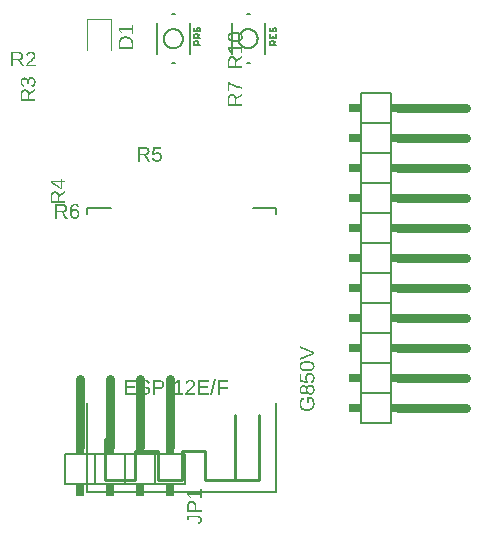
<source format=gbr>
G04 EAGLE Gerber X2 export*
%TF.Part,Single*%
%TF.FileFunction,Legend,Top,1*%
%TF.FilePolarity,Positive*%
%TF.GenerationSoftware,Autodesk,EAGLE,9.7.0*%
%TF.CreationDate,2022-02-15T16:10:41Z*%
G75*
%MOMM*%
%FSLAX34Y34*%
%LPD*%
%INSilkscreen Top*%
%AMOC8*
5,1,8,0,0,1.08239X$1,22.5*%
G01*
G04 Define Apertures*
%ADD10C,0.203200*%
%ADD11C,0.127000*%
%ADD12C,0.152400*%
%ADD13C,0.762000*%
%ADD14R,0.508000X0.762000*%
%ADD15R,1.016000X0.762000*%
%ADD16R,0.762000X0.508000*%
%ADD17R,0.762000X1.016000*%
%ADD18C,0.254000*%
%ADD19C,0.120000*%
G36*
X251119Y132382D02*
X251827Y132432D01*
X252488Y132516D01*
X253102Y132633D01*
X253670Y132783D01*
X254192Y132967D01*
X254667Y133184D01*
X255095Y133434D01*
X255475Y133718D01*
X255804Y134035D01*
X256082Y134385D01*
X256310Y134768D01*
X256487Y135184D01*
X256614Y135633D01*
X256658Y135870D01*
X256690Y136116D01*
X256709Y136369D01*
X256715Y136631D01*
X256709Y136893D01*
X256690Y137147D01*
X256658Y137393D01*
X256613Y137630D01*
X256486Y138081D01*
X256308Y138500D01*
X256079Y138886D01*
X255799Y139240D01*
X255468Y139561D01*
X255086Y139850D01*
X254656Y140105D01*
X254180Y140327D01*
X253659Y140514D01*
X253091Y140668D01*
X252478Y140787D01*
X251820Y140872D01*
X251115Y140923D01*
X250365Y140940D01*
X249603Y140924D01*
X248889Y140875D01*
X248224Y140794D01*
X247606Y140681D01*
X247037Y140535D01*
X246516Y140356D01*
X246043Y140146D01*
X245618Y139902D01*
X245242Y139625D01*
X244917Y139312D01*
X244641Y138963D01*
X244416Y138579D01*
X244241Y138159D01*
X244172Y137935D01*
X244115Y137703D01*
X244072Y137461D01*
X244040Y137211D01*
X244022Y136952D01*
X244015Y136684D01*
X244022Y136408D01*
X244040Y136142D01*
X244071Y135885D01*
X244114Y135638D01*
X244170Y135400D01*
X244238Y135171D01*
X244412Y134743D01*
X244635Y134351D01*
X244907Y133998D01*
X245229Y133682D01*
X245601Y133404D01*
X246022Y133160D01*
X246493Y132949D01*
X247014Y132771D01*
X247584Y132625D01*
X248205Y132512D01*
X248875Y132431D01*
X249595Y132382D01*
X250365Y132366D01*
X251119Y132382D01*
G37*
%LPC*%
G36*
X249712Y133970D02*
X249107Y133999D01*
X248550Y134049D01*
X248040Y134118D01*
X247578Y134208D01*
X247163Y134317D01*
X246796Y134446D01*
X246476Y134595D01*
X246199Y134766D01*
X245959Y134963D01*
X245756Y135186D01*
X245590Y135434D01*
X245460Y135708D01*
X245368Y136008D01*
X245313Y136333D01*
X245294Y136684D01*
X245313Y137026D01*
X245369Y137343D01*
X245463Y137635D01*
X245594Y137902D01*
X245763Y138144D01*
X245969Y138361D01*
X246213Y138553D01*
X246494Y138720D01*
X246817Y138865D01*
X247186Y138990D01*
X247601Y139096D01*
X248062Y139183D01*
X248569Y139251D01*
X249122Y139299D01*
X249720Y139328D01*
X250365Y139337D01*
X250988Y139327D01*
X251570Y139297D01*
X252109Y139246D01*
X252607Y139175D01*
X253064Y139084D01*
X253479Y138973D01*
X253852Y138841D01*
X254184Y138689D01*
X254475Y138516D01*
X254728Y138319D01*
X254942Y138099D01*
X255117Y137855D01*
X255253Y137588D01*
X255350Y137298D01*
X255408Y136985D01*
X255428Y136649D01*
X255409Y136310D01*
X255352Y135995D01*
X255256Y135704D01*
X255123Y135437D01*
X254952Y135193D01*
X254743Y134973D01*
X254496Y134776D01*
X254210Y134603D01*
X253884Y134453D01*
X253513Y134322D01*
X253099Y134211D01*
X252640Y134121D01*
X252138Y134050D01*
X251591Y134000D01*
X251000Y133970D01*
X250365Y133960D01*
X249712Y133970D01*
G37*
%LPD*%
G36*
X253534Y112524D02*
X253929Y112577D01*
X254299Y112664D01*
X254644Y112786D01*
X254964Y112943D01*
X255260Y113135D01*
X255531Y113362D01*
X255778Y113624D01*
X255998Y113916D01*
X256188Y114236D01*
X256349Y114583D01*
X256481Y114956D01*
X256583Y115357D01*
X256657Y115784D01*
X256701Y116238D01*
X256715Y116720D01*
X256700Y117213D01*
X256656Y117677D01*
X256581Y118111D01*
X256477Y118515D01*
X256342Y118890D01*
X256178Y119236D01*
X255984Y119552D01*
X255761Y119838D01*
X255510Y120092D01*
X255236Y120313D01*
X254939Y120500D01*
X254618Y120652D01*
X254273Y120771D01*
X253905Y120856D01*
X253513Y120907D01*
X253098Y120924D01*
X252800Y120914D01*
X252515Y120883D01*
X252242Y120832D01*
X251982Y120760D01*
X251735Y120667D01*
X251501Y120554D01*
X251279Y120421D01*
X251070Y120267D01*
X251033Y120234D01*
X250877Y120095D01*
X250704Y119906D01*
X250550Y119701D01*
X250415Y119479D01*
X250299Y119241D01*
X250202Y118986D01*
X250125Y118715D01*
X250067Y118428D01*
X250032Y118428D01*
X249973Y118675D01*
X249895Y118909D01*
X249799Y119129D01*
X249684Y119336D01*
X249551Y119530D01*
X249415Y119693D01*
X249400Y119710D01*
X249231Y119877D01*
X249043Y120031D01*
X248841Y120168D01*
X248632Y120287D01*
X248413Y120388D01*
X248187Y120471D01*
X247951Y120535D01*
X247708Y120581D01*
X247455Y120608D01*
X247195Y120617D01*
X246838Y120601D01*
X246501Y120551D01*
X246183Y120469D01*
X245883Y120354D01*
X245602Y120205D01*
X245341Y120024D01*
X245098Y119809D01*
X244874Y119562D01*
X244672Y119286D01*
X244498Y118986D01*
X244351Y118663D01*
X244230Y118315D01*
X244136Y117943D01*
X244069Y117548D01*
X244029Y117128D01*
X244015Y116685D01*
X244029Y116252D01*
X244070Y115841D01*
X244138Y115453D01*
X244234Y115087D01*
X244357Y114745D01*
X244508Y114424D01*
X244686Y114127D01*
X244891Y113851D01*
X245118Y113604D01*
X245362Y113390D01*
X245623Y113208D01*
X245901Y113060D01*
X246195Y112944D01*
X246505Y112862D01*
X246833Y112813D01*
X247177Y112796D01*
X247438Y112805D01*
X247690Y112832D01*
X247934Y112878D01*
X248169Y112942D01*
X248396Y113024D01*
X248614Y113124D01*
X248824Y113242D01*
X249025Y113378D01*
X249214Y113531D01*
X249385Y113696D01*
X249539Y113875D01*
X249676Y114067D01*
X249795Y114272D01*
X249897Y114491D01*
X249982Y114723D01*
X250050Y114968D01*
X250085Y114968D01*
X250139Y114705D01*
X250213Y114454D01*
X250308Y114214D01*
X250422Y113987D01*
X250557Y113772D01*
X250712Y113569D01*
X250888Y113378D01*
X251083Y113199D01*
X251295Y113037D01*
X251519Y112896D01*
X251755Y112777D01*
X252003Y112680D01*
X252263Y112604D01*
X252535Y112550D01*
X252819Y112518D01*
X253115Y112507D01*
X253534Y112524D01*
G37*
%LPC*%
G36*
X252718Y114147D02*
X252466Y114178D01*
X252229Y114231D01*
X252006Y114305D01*
X251799Y114400D01*
X251605Y114515D01*
X251427Y114652D01*
X251263Y114811D01*
X251116Y114987D01*
X250989Y115181D01*
X250881Y115390D01*
X250793Y115616D01*
X250725Y115859D01*
X250676Y116118D01*
X250647Y116393D01*
X250637Y116685D01*
X250646Y116985D01*
X250673Y117268D01*
X250719Y117533D01*
X250782Y117782D01*
X250864Y118013D01*
X250964Y118227D01*
X251083Y118424D01*
X251219Y118603D01*
X251374Y118763D01*
X251546Y118902D01*
X251735Y119019D01*
X251943Y119115D01*
X252168Y119190D01*
X252411Y119243D01*
X252671Y119275D01*
X252949Y119286D01*
X253275Y119276D01*
X253578Y119247D01*
X253858Y119197D01*
X254115Y119128D01*
X254349Y119040D01*
X254561Y118931D01*
X254750Y118803D01*
X254915Y118656D01*
X255060Y118488D01*
X255185Y118299D01*
X255292Y118090D01*
X255378Y117861D01*
X255446Y117611D01*
X255494Y117340D01*
X255523Y117049D01*
X255533Y116737D01*
X255523Y116422D01*
X255493Y116128D01*
X255443Y115853D01*
X255374Y115599D01*
X255284Y115366D01*
X255174Y115152D01*
X255045Y114959D01*
X254896Y114786D01*
X254726Y114634D01*
X254537Y114502D01*
X254328Y114390D01*
X254099Y114299D01*
X253850Y114228D01*
X253581Y114177D01*
X253293Y114146D01*
X252984Y114136D01*
X252718Y114147D01*
G37*
G36*
X247030Y114417D02*
X246793Y114444D01*
X246573Y114490D01*
X246369Y114553D01*
X246181Y114635D01*
X246010Y114735D01*
X245854Y114854D01*
X245714Y114990D01*
X245591Y115144D01*
X245485Y115314D01*
X245394Y115501D01*
X245320Y115705D01*
X245263Y115925D01*
X245222Y116162D01*
X245197Y116415D01*
X245189Y116685D01*
X245197Y116963D01*
X245222Y117223D01*
X245263Y117465D01*
X245320Y117689D01*
X245393Y117895D01*
X245483Y118083D01*
X245590Y118254D01*
X245712Y118406D01*
X245851Y118540D01*
X246007Y118657D01*
X246178Y118755D01*
X246366Y118836D01*
X246571Y118899D01*
X246792Y118944D01*
X247029Y118971D01*
X247282Y118980D01*
X247559Y118970D01*
X247816Y118943D01*
X248053Y118898D01*
X248271Y118834D01*
X248468Y118752D01*
X248646Y118652D01*
X248804Y118534D01*
X248942Y118397D01*
X249062Y118243D01*
X249166Y118073D01*
X249254Y117886D01*
X249326Y117682D01*
X249382Y117462D01*
X249422Y117225D01*
X249446Y116972D01*
X249454Y116702D01*
X249446Y116436D01*
X249420Y116186D01*
X249376Y115951D01*
X249315Y115731D01*
X249237Y115527D01*
X249142Y115338D01*
X249029Y115165D01*
X248898Y115008D01*
X248751Y114867D01*
X248589Y114745D01*
X248410Y114642D01*
X248216Y114558D01*
X248006Y114492D01*
X247781Y114445D01*
X247539Y114417D01*
X247282Y114408D01*
X247030Y114417D01*
G37*
%LPD*%
G36*
X250795Y98704D02*
X251262Y98738D01*
X251712Y98796D01*
X252147Y98877D01*
X252565Y98981D01*
X252967Y99108D01*
X253354Y99259D01*
X253724Y99432D01*
X254076Y99628D01*
X254407Y99844D01*
X254716Y100080D01*
X255004Y100338D01*
X255271Y100616D01*
X255517Y100914D01*
X255741Y101234D01*
X255944Y101574D01*
X256125Y101932D01*
X256282Y102308D01*
X256414Y102700D01*
X256523Y103109D01*
X256607Y103534D01*
X256667Y103976D01*
X256703Y104435D01*
X256715Y104911D01*
X256707Y105323D01*
X256681Y105728D01*
X256638Y106125D01*
X256578Y106515D01*
X256501Y106897D01*
X256407Y107271D01*
X256296Y107639D01*
X256168Y107998D01*
X256024Y108347D01*
X255866Y108682D01*
X255694Y109003D01*
X255508Y109311D01*
X255307Y109604D01*
X255093Y109884D01*
X254864Y110150D01*
X254622Y110402D01*
X250365Y110402D01*
X250365Y105173D01*
X251767Y105173D01*
X251767Y108861D01*
X253991Y108861D01*
X254290Y108512D01*
X254556Y108113D01*
X254789Y107664D01*
X254990Y107166D01*
X255151Y106633D01*
X255266Y106079D01*
X255335Y105505D01*
X255358Y104911D01*
X255336Y104395D01*
X255273Y103908D01*
X255167Y103450D01*
X255019Y103021D01*
X254829Y102620D01*
X254596Y102249D01*
X254322Y101906D01*
X254004Y101591D01*
X253651Y101310D01*
X253266Y101066D01*
X252851Y100860D01*
X252405Y100691D01*
X251928Y100560D01*
X251420Y100466D01*
X250882Y100410D01*
X250313Y100391D01*
X249742Y100409D01*
X249205Y100462D01*
X248701Y100550D01*
X248229Y100674D01*
X247791Y100833D01*
X247385Y101027D01*
X247013Y101256D01*
X246674Y101521D01*
X246371Y101819D01*
X246108Y102149D01*
X245886Y102510D01*
X245705Y102903D01*
X245563Y103327D01*
X245462Y103782D01*
X245402Y104270D01*
X245382Y104788D01*
X245389Y105125D01*
X245412Y105447D01*
X245449Y105756D01*
X245502Y106050D01*
X245570Y106331D01*
X245653Y106597D01*
X245750Y106849D01*
X245863Y107087D01*
X245993Y107312D01*
X246140Y107524D01*
X246305Y107724D01*
X246487Y107912D01*
X246688Y108087D01*
X246906Y108249D01*
X247142Y108399D01*
X247396Y108537D01*
X246923Y110131D01*
X246555Y109949D01*
X246213Y109748D01*
X245897Y109529D01*
X245607Y109292D01*
X245343Y109037D01*
X245105Y108763D01*
X244893Y108471D01*
X244707Y108160D01*
X244545Y107828D01*
X244405Y107473D01*
X244286Y107093D01*
X244188Y106689D01*
X244113Y106261D01*
X244059Y105808D01*
X244026Y105332D01*
X244015Y104832D01*
X244022Y104472D01*
X244041Y104123D01*
X244073Y103784D01*
X244118Y103455D01*
X244176Y103136D01*
X244247Y102828D01*
X244330Y102530D01*
X244427Y102242D01*
X244536Y101964D01*
X244659Y101696D01*
X244794Y101438D01*
X244942Y101191D01*
X245102Y100954D01*
X245276Y100727D01*
X245662Y100304D01*
X246095Y99926D01*
X246327Y99756D01*
X246570Y99599D01*
X246824Y99454D01*
X247088Y99322D01*
X247363Y99202D01*
X247648Y99095D01*
X247944Y99001D01*
X248250Y98919D01*
X248568Y98850D01*
X248895Y98793D01*
X249234Y98749D01*
X249583Y98717D01*
X249942Y98698D01*
X250313Y98692D01*
X250795Y98704D01*
G37*
G36*
X254127Y122497D02*
X254453Y122603D01*
X254757Y122734D01*
X255040Y122890D01*
X255302Y123069D01*
X255543Y123273D01*
X255763Y123502D01*
X255962Y123755D01*
X256139Y124030D01*
X256292Y124326D01*
X256421Y124643D01*
X256527Y124981D01*
X256609Y125339D01*
X256668Y125719D01*
X256703Y126119D01*
X256715Y126540D01*
X256698Y127040D01*
X256645Y127513D01*
X256558Y127957D01*
X256435Y128374D01*
X256277Y128762D01*
X256085Y129122D01*
X255857Y129454D01*
X255594Y129758D01*
X255301Y130030D01*
X254982Y130266D01*
X254636Y130466D01*
X254265Y130629D01*
X253868Y130756D01*
X253444Y130846D01*
X252995Y130901D01*
X252520Y130919D01*
X252101Y130902D01*
X251702Y130851D01*
X251323Y130767D01*
X250965Y130649D01*
X250627Y130496D01*
X250309Y130311D01*
X250012Y130091D01*
X249735Y129837D01*
X249484Y129555D01*
X249267Y129250D01*
X249083Y128922D01*
X248933Y128571D01*
X248816Y128196D01*
X248733Y127798D01*
X248683Y127378D01*
X248666Y126934D01*
X248678Y126561D01*
X248715Y126203D01*
X248777Y125861D01*
X248863Y125535D01*
X248974Y125224D01*
X249110Y124929D01*
X249270Y124649D01*
X249454Y124385D01*
X245539Y124622D01*
X245539Y130201D01*
X244199Y130201D01*
X244199Y123185D01*
X250838Y122774D01*
X250838Y124315D01*
X250615Y124591D01*
X250427Y124867D01*
X250273Y125143D01*
X250155Y125419D01*
X250067Y125700D01*
X250004Y125992D01*
X249966Y126296D01*
X249954Y126610D01*
X249965Y126908D01*
X249998Y127191D01*
X250055Y127459D01*
X250133Y127710D01*
X250234Y127946D01*
X250358Y128166D01*
X250503Y128370D01*
X250672Y128559D01*
X250858Y128728D01*
X251059Y128875D01*
X251273Y128999D01*
X251502Y129101D01*
X251744Y129180D01*
X252000Y129236D01*
X252271Y129270D01*
X252555Y129281D01*
X252881Y129270D01*
X253189Y129236D01*
X253479Y129180D01*
X253752Y129102D01*
X254006Y129001D01*
X254242Y128877D01*
X254461Y128731D01*
X254661Y128563D01*
X254841Y128375D01*
X254997Y128169D01*
X255128Y127947D01*
X255236Y127707D01*
X255320Y127450D01*
X255380Y127175D01*
X255416Y126884D01*
X255428Y126575D01*
X255421Y126323D01*
X255399Y126083D01*
X255363Y125855D01*
X255313Y125639D01*
X255249Y125436D01*
X255170Y125245D01*
X255077Y125066D01*
X254970Y124900D01*
X254849Y124745D01*
X254713Y124603D01*
X254562Y124474D01*
X254398Y124356D01*
X254219Y124251D01*
X254026Y124158D01*
X253819Y124077D01*
X253597Y124009D01*
X253781Y122414D01*
X254127Y122497D01*
G37*
G36*
X256540Y146780D02*
X256540Y148514D01*
X244199Y153550D01*
X244199Y151790D01*
X252888Y148392D01*
X255069Y147656D01*
X252888Y146920D01*
X244199Y143504D01*
X244199Y141744D01*
X256540Y146780D01*
G37*
G36*
X1805Y395524D02*
X5650Y395524D01*
X8856Y390400D01*
X10783Y390400D01*
X8771Y393453D01*
X7279Y395716D01*
X7622Y395789D01*
X7946Y395882D01*
X8251Y395998D01*
X8537Y396135D01*
X8693Y396227D01*
X8804Y396293D01*
X9052Y396474D01*
X9281Y396675D01*
X9491Y396899D01*
X9679Y397140D01*
X9841Y397395D01*
X9979Y397663D01*
X10092Y397945D01*
X10179Y398241D01*
X10242Y398551D01*
X10280Y398874D01*
X10292Y399211D01*
X10274Y399616D01*
X10221Y399997D01*
X10133Y400356D01*
X10009Y400692D01*
X9849Y401006D01*
X9654Y401296D01*
X9424Y401563D01*
X9158Y401808D01*
X8860Y402027D01*
X8531Y402216D01*
X8174Y402376D01*
X7786Y402508D01*
X7369Y402610D01*
X6922Y402682D01*
X6445Y402726D01*
X5939Y402741D01*
X132Y402741D01*
X132Y390400D01*
X1805Y390400D01*
X1805Y395524D01*
G37*
%LPC*%
G36*
X1805Y396846D02*
X1805Y401401D01*
X5773Y401401D01*
X6106Y401392D01*
X6420Y401365D01*
X6714Y401321D01*
X6987Y401260D01*
X7240Y401180D01*
X7473Y401083D01*
X7686Y400968D01*
X7879Y400836D01*
X8051Y400687D01*
X8199Y400521D01*
X8325Y400340D01*
X8428Y400143D01*
X8508Y399930D01*
X8565Y399700D01*
X8599Y399455D01*
X8611Y399194D01*
X8599Y398923D01*
X8565Y398668D01*
X8509Y398429D01*
X8430Y398205D01*
X8328Y397996D01*
X8204Y397803D01*
X8057Y397626D01*
X7888Y397464D01*
X7698Y397319D01*
X7489Y397194D01*
X7262Y397087D01*
X7015Y397001D01*
X6750Y396933D01*
X6467Y396885D01*
X6164Y396856D01*
X5843Y396846D01*
X1805Y396846D01*
G37*
%LPD*%
G36*
X20672Y391740D02*
X14235Y391740D01*
X14387Y392050D01*
X14581Y392365D01*
X14816Y392687D01*
X15093Y393014D01*
X15416Y393355D01*
X15791Y393716D01*
X16218Y394097D01*
X16696Y394499D01*
X17537Y395195D01*
X18231Y395793D01*
X18776Y396294D01*
X19174Y396697D01*
X19479Y397052D01*
X19743Y397407D01*
X19967Y397762D01*
X20151Y398116D01*
X20295Y398472D01*
X20397Y398828D01*
X20459Y399185D01*
X20479Y399544D01*
X20464Y399937D01*
X20417Y400308D01*
X20338Y400655D01*
X20229Y400979D01*
X20088Y401280D01*
X19915Y401558D01*
X19712Y401813D01*
X19477Y402044D01*
X19212Y402251D01*
X18921Y402430D01*
X18603Y402581D01*
X18258Y402705D01*
X17886Y402801D01*
X17487Y402870D01*
X17061Y402911D01*
X16608Y402925D01*
X16193Y402911D01*
X15797Y402870D01*
X15421Y402802D01*
X15063Y402706D01*
X14725Y402583D01*
X14407Y402432D01*
X14107Y402254D01*
X13827Y402049D01*
X13571Y401820D01*
X13343Y401573D01*
X13144Y401307D01*
X12972Y401022D01*
X12829Y400718D01*
X12715Y400395D01*
X12628Y400053D01*
X12571Y399693D01*
X14182Y399544D01*
X14219Y399784D01*
X14273Y400011D01*
X14343Y400224D01*
X14431Y400423D01*
X14535Y400608D01*
X14656Y400780D01*
X14794Y400937D01*
X14948Y401081D01*
X15117Y401209D01*
X15297Y401321D01*
X15488Y401415D01*
X15690Y401492D01*
X15903Y401551D01*
X16127Y401594D01*
X16362Y401620D01*
X16608Y401628D01*
X16866Y401620D01*
X17109Y401593D01*
X17338Y401550D01*
X17552Y401488D01*
X17752Y401409D01*
X17937Y401313D01*
X18107Y401199D01*
X18264Y401068D01*
X18403Y400921D01*
X18524Y400759D01*
X18626Y400583D01*
X18710Y400393D01*
X18775Y400189D01*
X18822Y399971D01*
X18850Y399738D01*
X18859Y399491D01*
X18838Y399125D01*
X18773Y398778D01*
X18665Y398450D01*
X18513Y398143D01*
X18327Y397848D01*
X18114Y397560D01*
X17874Y397279D01*
X17607Y397004D01*
X17012Y396461D01*
X16350Y395918D01*
X15650Y395352D01*
X14944Y394740D01*
X14593Y394413D01*
X14251Y394068D01*
X13917Y393704D01*
X13591Y393321D01*
X13281Y392914D01*
X12996Y392477D01*
X12736Y392010D01*
X12500Y391512D01*
X12500Y390400D01*
X20672Y390400D01*
X20672Y391740D01*
G37*
G36*
X20320Y362485D02*
X15196Y362485D01*
X15196Y366330D01*
X20320Y369536D01*
X20320Y371463D01*
X17267Y369451D01*
X15004Y367959D01*
X14931Y368302D01*
X14838Y368626D01*
X14722Y368931D01*
X14585Y369217D01*
X14493Y369373D01*
X14427Y369484D01*
X14247Y369732D01*
X14045Y369961D01*
X13821Y370171D01*
X13580Y370359D01*
X13325Y370521D01*
X13057Y370659D01*
X12775Y370772D01*
X12479Y370859D01*
X12169Y370922D01*
X11846Y370960D01*
X11509Y370972D01*
X11104Y370954D01*
X10723Y370901D01*
X10364Y370813D01*
X10028Y370689D01*
X9714Y370529D01*
X9424Y370334D01*
X9157Y370104D01*
X8912Y369838D01*
X8693Y369540D01*
X8504Y369211D01*
X8344Y368854D01*
X8212Y368466D01*
X8110Y368049D01*
X8038Y367602D01*
X7994Y367125D01*
X7979Y366619D01*
X7979Y360812D01*
X20320Y360812D01*
X20320Y362485D01*
G37*
%LPC*%
G36*
X9319Y362485D02*
X9319Y366453D01*
X9328Y366786D01*
X9355Y367100D01*
X9399Y367394D01*
X9461Y367667D01*
X9540Y367920D01*
X9637Y368153D01*
X9752Y368366D01*
X9884Y368559D01*
X10033Y368731D01*
X10199Y368879D01*
X10380Y369005D01*
X10577Y369108D01*
X10791Y369188D01*
X11020Y369245D01*
X11265Y369279D01*
X11526Y369291D01*
X11797Y369279D01*
X12052Y369245D01*
X12291Y369189D01*
X12515Y369110D01*
X12724Y369008D01*
X12917Y368884D01*
X13094Y368737D01*
X13256Y368568D01*
X13401Y368378D01*
X13526Y368169D01*
X13633Y367942D01*
X13719Y367695D01*
X13787Y367430D01*
X13835Y367147D01*
X13864Y366844D01*
X13874Y366523D01*
X13874Y362485D01*
X9319Y362485D01*
G37*
%LPD*%
G36*
X17551Y373028D02*
X17926Y373123D01*
X18277Y373247D01*
X18602Y373398D01*
X18902Y373578D01*
X19177Y373787D01*
X19426Y374023D01*
X19650Y374288D01*
X19848Y374579D01*
X20020Y374894D01*
X20165Y375232D01*
X20284Y375595D01*
X20376Y375980D01*
X20442Y376390D01*
X20482Y376823D01*
X20495Y377279D01*
X20481Y377769D01*
X20437Y378229D01*
X20363Y378660D01*
X20261Y379062D01*
X20129Y379435D01*
X19968Y379779D01*
X19778Y380094D01*
X19558Y380380D01*
X19312Y380635D01*
X19041Y380855D01*
X18747Y381042D01*
X18428Y381195D01*
X18086Y381313D01*
X17719Y381398D01*
X17328Y381449D01*
X16913Y381466D01*
X16624Y381454D01*
X16347Y381418D01*
X16083Y381358D01*
X15831Y381273D01*
X15592Y381165D01*
X15366Y381032D01*
X15152Y380876D01*
X14951Y380695D01*
X14766Y380493D01*
X14601Y380272D01*
X14455Y380031D01*
X14329Y379771D01*
X14223Y379492D01*
X14136Y379194D01*
X14070Y378877D01*
X14023Y378541D01*
X13988Y378541D01*
X13914Y378847D01*
X13826Y379134D01*
X13723Y379402D01*
X13606Y379652D01*
X13473Y379883D01*
X13325Y380095D01*
X13162Y380288D01*
X12985Y380463D01*
X12793Y380618D01*
X12587Y380752D01*
X12367Y380866D01*
X12134Y380959D01*
X11887Y381031D01*
X11626Y381083D01*
X11351Y381114D01*
X11062Y381124D01*
X10687Y381108D01*
X10334Y381060D01*
X10002Y380980D01*
X9690Y380867D01*
X9401Y380722D01*
X9132Y380546D01*
X8884Y380337D01*
X8658Y380095D01*
X8456Y379825D01*
X8281Y379529D01*
X8132Y379207D01*
X8011Y378859D01*
X7917Y378486D01*
X7849Y378086D01*
X7809Y377661D01*
X7795Y377209D01*
X7809Y376794D01*
X7848Y376398D01*
X7915Y376022D01*
X8008Y375665D01*
X8127Y375327D01*
X8273Y375008D01*
X8446Y374709D01*
X8645Y374429D01*
X8868Y374172D01*
X9111Y373944D01*
X9376Y373745D01*
X9661Y373573D01*
X9967Y373431D01*
X10294Y373316D01*
X10641Y373230D01*
X11010Y373172D01*
X11132Y374757D01*
X10896Y374792D01*
X10674Y374843D01*
X10465Y374912D01*
X10270Y374997D01*
X10088Y375099D01*
X9920Y375218D01*
X9766Y375353D01*
X9626Y375506D01*
X9501Y375673D01*
X9392Y375853D01*
X9300Y376045D01*
X9225Y376249D01*
X9167Y376466D01*
X9125Y376696D01*
X9100Y376938D01*
X9092Y377192D01*
X9101Y377470D01*
X9127Y377730D01*
X9172Y377973D01*
X9235Y378198D01*
X9316Y378405D01*
X9414Y378595D01*
X9531Y378767D01*
X9665Y378922D01*
X9815Y379058D01*
X9978Y379176D01*
X10154Y379277D01*
X10343Y379359D01*
X10545Y379422D01*
X10760Y379468D01*
X10988Y379495D01*
X11229Y379504D01*
X11472Y379493D01*
X11701Y379459D01*
X11917Y379404D01*
X12119Y379326D01*
X12307Y379225D01*
X12483Y379103D01*
X12644Y378958D01*
X12792Y378790D01*
X12924Y378603D01*
X13039Y378397D01*
X13136Y378173D01*
X13216Y377931D01*
X13278Y377670D01*
X13322Y377392D01*
X13348Y377095D01*
X13357Y376780D01*
X13357Y375922D01*
X14723Y375922D01*
X14723Y376815D01*
X14732Y377170D01*
X14759Y377504D01*
X14803Y377816D01*
X14865Y378106D01*
X14944Y378375D01*
X15041Y378623D01*
X15156Y378849D01*
X15288Y379053D01*
X15436Y379235D01*
X15598Y379392D01*
X15774Y379525D01*
X15964Y379634D01*
X16167Y379719D01*
X16384Y379780D01*
X16616Y379816D01*
X16860Y379828D01*
X17141Y379818D01*
X17403Y379786D01*
X17647Y379733D01*
X17874Y379658D01*
X18083Y379563D01*
X18274Y379446D01*
X18448Y379308D01*
X18603Y379149D01*
X18741Y378972D01*
X18860Y378778D01*
X18961Y378568D01*
X19043Y378343D01*
X19108Y378101D01*
X19154Y377843D01*
X19181Y377569D01*
X19190Y377279D01*
X19182Y376991D01*
X19156Y376718D01*
X19113Y376462D01*
X19053Y376221D01*
X18976Y375997D01*
X18882Y375789D01*
X18771Y375597D01*
X18643Y375420D01*
X18497Y375260D01*
X18335Y375116D01*
X18155Y374989D01*
X17959Y374877D01*
X17745Y374781D01*
X17514Y374702D01*
X17266Y374638D01*
X17001Y374591D01*
X17149Y372961D01*
X17551Y373028D01*
G37*
G36*
X45720Y276125D02*
X40596Y276125D01*
X40596Y279970D01*
X45720Y283176D01*
X45720Y285103D01*
X42667Y283091D01*
X40404Y281599D01*
X40331Y281942D01*
X40238Y282266D01*
X40122Y282571D01*
X39985Y282857D01*
X39893Y283013D01*
X39827Y283124D01*
X39647Y283372D01*
X39445Y283601D01*
X39221Y283811D01*
X38980Y283999D01*
X38725Y284161D01*
X38457Y284299D01*
X38175Y284412D01*
X37879Y284499D01*
X37569Y284562D01*
X37246Y284600D01*
X36909Y284612D01*
X36504Y284594D01*
X36123Y284541D01*
X35764Y284453D01*
X35428Y284329D01*
X35114Y284169D01*
X34824Y283974D01*
X34557Y283744D01*
X34312Y283478D01*
X34093Y283180D01*
X33904Y282851D01*
X33744Y282494D01*
X33612Y282106D01*
X33510Y281689D01*
X33438Y281242D01*
X33394Y280765D01*
X33379Y280259D01*
X33379Y274452D01*
X45720Y274452D01*
X45720Y276125D01*
G37*
%LPC*%
G36*
X34719Y276125D02*
X34719Y280093D01*
X34728Y280426D01*
X34755Y280740D01*
X34799Y281034D01*
X34861Y281307D01*
X34940Y281560D01*
X35037Y281793D01*
X35152Y282006D01*
X35284Y282199D01*
X35433Y282371D01*
X35599Y282519D01*
X35780Y282645D01*
X35977Y282748D01*
X36191Y282828D01*
X36420Y282885D01*
X36665Y282919D01*
X36926Y282931D01*
X37197Y282919D01*
X37452Y282885D01*
X37691Y282829D01*
X37915Y282750D01*
X38124Y282648D01*
X38317Y282524D01*
X38494Y282377D01*
X38656Y282208D01*
X38801Y282018D01*
X38926Y281809D01*
X39033Y281582D01*
X39119Y281335D01*
X39187Y281070D01*
X39235Y280787D01*
X39264Y280484D01*
X39274Y280163D01*
X39274Y276125D01*
X34719Y276125D01*
G37*
%LPD*%
G36*
X42926Y292146D02*
X45720Y292146D01*
X45720Y293635D01*
X42926Y293635D01*
X42926Y295369D01*
X41682Y295369D01*
X41682Y293635D01*
X33379Y293635D01*
X33379Y291979D01*
X41700Y286330D01*
X42926Y286330D01*
X42926Y292146D01*
G37*
%LPC*%
G36*
X41507Y287924D02*
X40859Y288397D01*
X36199Y291559D01*
X35621Y291900D01*
X35157Y292146D01*
X41682Y292146D01*
X41682Y287784D01*
X41507Y287924D01*
G37*
%LPD*%
G36*
X108554Y315004D02*
X112399Y315004D01*
X115605Y309880D01*
X117532Y309880D01*
X115520Y312933D01*
X114028Y315196D01*
X114371Y315269D01*
X114695Y315362D01*
X115000Y315478D01*
X115286Y315615D01*
X115442Y315707D01*
X115553Y315773D01*
X115801Y315954D01*
X116030Y316155D01*
X116240Y316379D01*
X116428Y316620D01*
X116591Y316875D01*
X116728Y317143D01*
X116841Y317425D01*
X116929Y317721D01*
X116991Y318031D01*
X117029Y318354D01*
X117041Y318691D01*
X117024Y319096D01*
X116970Y319477D01*
X116882Y319836D01*
X116758Y320172D01*
X116598Y320486D01*
X116403Y320776D01*
X116173Y321043D01*
X115907Y321288D01*
X115609Y321507D01*
X115281Y321696D01*
X114923Y321856D01*
X114535Y321988D01*
X114118Y322090D01*
X113671Y322162D01*
X113195Y322206D01*
X112688Y322221D01*
X106881Y322221D01*
X106881Y309880D01*
X108554Y309880D01*
X108554Y315004D01*
G37*
%LPC*%
G36*
X108554Y316326D02*
X108554Y320881D01*
X112522Y320881D01*
X112856Y320872D01*
X113169Y320845D01*
X113463Y320801D01*
X113736Y320740D01*
X113989Y320660D01*
X114222Y320563D01*
X114435Y320448D01*
X114628Y320316D01*
X114800Y320167D01*
X114948Y320001D01*
X115074Y319820D01*
X115177Y319623D01*
X115257Y319410D01*
X115314Y319180D01*
X115348Y318935D01*
X115360Y318674D01*
X115348Y318403D01*
X115315Y318148D01*
X115258Y317909D01*
X115179Y317685D01*
X115077Y317476D01*
X114953Y317283D01*
X114806Y317106D01*
X114637Y316944D01*
X114447Y316799D01*
X114238Y316674D01*
X114011Y316567D01*
X113765Y316481D01*
X113500Y316413D01*
X113216Y316365D01*
X112913Y316336D01*
X112592Y316326D01*
X108554Y316326D01*
G37*
%LPD*%
G36*
X123692Y309722D02*
X124164Y309775D01*
X124608Y309863D01*
X125025Y309985D01*
X125413Y310143D01*
X125773Y310335D01*
X126106Y310563D01*
X126410Y310826D01*
X126682Y311119D01*
X126917Y311438D01*
X127117Y311784D01*
X127280Y312155D01*
X127407Y312552D01*
X127498Y312976D01*
X127552Y313425D01*
X127570Y313900D01*
X127553Y314319D01*
X127503Y314718D01*
X127418Y315097D01*
X127300Y315455D01*
X127148Y315793D01*
X126962Y316111D01*
X126742Y316408D01*
X126489Y316685D01*
X126207Y316936D01*
X125901Y317153D01*
X125573Y317337D01*
X125222Y317487D01*
X124847Y317604D01*
X124450Y317687D01*
X124029Y317737D01*
X123585Y317754D01*
X123212Y317742D01*
X122854Y317705D01*
X122512Y317643D01*
X122186Y317557D01*
X121875Y317446D01*
X121580Y317311D01*
X121300Y317150D01*
X121036Y316966D01*
X121273Y320881D01*
X126852Y320881D01*
X126852Y322221D01*
X119836Y322221D01*
X119425Y315582D01*
X120966Y315582D01*
X121242Y315805D01*
X121518Y315993D01*
X121794Y316147D01*
X122070Y316265D01*
X122351Y316353D01*
X122644Y316416D01*
X122947Y316454D01*
X123261Y316466D01*
X123560Y316455D01*
X123843Y316422D01*
X124110Y316365D01*
X124361Y316287D01*
X124597Y316186D01*
X124817Y316062D01*
X125021Y315917D01*
X125210Y315748D01*
X125379Y315562D01*
X125526Y315361D01*
X125650Y315147D01*
X125752Y314918D01*
X125831Y314676D01*
X125887Y314420D01*
X125921Y314149D01*
X125932Y313865D01*
X125921Y313539D01*
X125888Y313231D01*
X125831Y312941D01*
X125753Y312669D01*
X125652Y312414D01*
X125528Y312178D01*
X125383Y311959D01*
X125214Y311759D01*
X125026Y311579D01*
X124821Y311423D01*
X124598Y311292D01*
X124358Y311184D01*
X124101Y311100D01*
X123827Y311040D01*
X123535Y311004D01*
X123226Y310992D01*
X122974Y310999D01*
X122734Y311021D01*
X122506Y311057D01*
X122290Y311107D01*
X122087Y311171D01*
X121896Y311250D01*
X121717Y311343D01*
X121551Y311450D01*
X121397Y311572D01*
X121255Y311707D01*
X121125Y311858D01*
X121007Y312022D01*
X120902Y312201D01*
X120809Y312394D01*
X120728Y312601D01*
X120660Y312823D01*
X119066Y312639D01*
X119148Y312293D01*
X119255Y311967D01*
X119386Y311663D01*
X119541Y311380D01*
X119721Y311118D01*
X119925Y310877D01*
X120153Y310657D01*
X120406Y310458D01*
X120681Y310282D01*
X120977Y310129D01*
X121294Y309999D01*
X121632Y309893D01*
X121991Y309811D01*
X122370Y309752D01*
X122770Y309717D01*
X123191Y309705D01*
X123692Y309722D01*
G37*
G36*
X38704Y266744D02*
X42549Y266744D01*
X45755Y261620D01*
X47682Y261620D01*
X45670Y264673D01*
X44178Y266936D01*
X44521Y267009D01*
X44845Y267102D01*
X45150Y267218D01*
X45436Y267355D01*
X45592Y267447D01*
X45703Y267513D01*
X45951Y267694D01*
X46180Y267895D01*
X46390Y268119D01*
X46578Y268360D01*
X46741Y268615D01*
X46878Y268883D01*
X46991Y269165D01*
X47079Y269461D01*
X47141Y269771D01*
X47179Y270094D01*
X47191Y270431D01*
X47174Y270836D01*
X47120Y271217D01*
X47032Y271576D01*
X46908Y271912D01*
X46748Y272226D01*
X46553Y272516D01*
X46323Y272783D01*
X46057Y273028D01*
X45759Y273247D01*
X45431Y273436D01*
X45073Y273596D01*
X44685Y273728D01*
X44268Y273830D01*
X43821Y273902D01*
X43345Y273946D01*
X42838Y273961D01*
X37031Y273961D01*
X37031Y261620D01*
X38704Y261620D01*
X38704Y266744D01*
G37*
%LPC*%
G36*
X38704Y268066D02*
X38704Y272621D01*
X42672Y272621D01*
X43006Y272612D01*
X43319Y272585D01*
X43613Y272541D01*
X43886Y272480D01*
X44139Y272400D01*
X44372Y272303D01*
X44585Y272188D01*
X44778Y272056D01*
X44950Y271907D01*
X45098Y271741D01*
X45224Y271560D01*
X45327Y271363D01*
X45407Y271150D01*
X45464Y270920D01*
X45498Y270675D01*
X45510Y270414D01*
X45498Y270143D01*
X45465Y269888D01*
X45408Y269649D01*
X45329Y269425D01*
X45227Y269216D01*
X45103Y269023D01*
X44956Y268846D01*
X44787Y268684D01*
X44597Y268539D01*
X44388Y268414D01*
X44161Y268307D01*
X43915Y268221D01*
X43650Y268153D01*
X43366Y268105D01*
X43063Y268076D01*
X42742Y268066D01*
X38704Y268066D01*
G37*
%LPD*%
G36*
X54154Y261463D02*
X54582Y261515D01*
X54986Y261604D01*
X55364Y261727D01*
X55717Y261886D01*
X56045Y262080D01*
X56348Y262310D01*
X56625Y262575D01*
X56874Y262870D01*
X57089Y263191D01*
X57271Y263538D01*
X57420Y263910D01*
X57536Y264309D01*
X57619Y264733D01*
X57669Y265182D01*
X57685Y265658D01*
X57670Y266097D01*
X57623Y266514D01*
X57544Y266907D01*
X57435Y267278D01*
X57293Y267626D01*
X57121Y267950D01*
X56917Y268252D01*
X56682Y268530D01*
X56421Y268781D01*
X56137Y268998D01*
X55831Y269182D01*
X55503Y269332D01*
X55153Y269449D01*
X54781Y269532D01*
X54388Y269582D01*
X53972Y269599D01*
X53723Y269593D01*
X53482Y269573D01*
X53248Y269541D01*
X53021Y269495D01*
X52589Y269365D01*
X52185Y269183D01*
X51817Y268951D01*
X51493Y268672D01*
X51213Y268345D01*
X50976Y267970D01*
X50988Y268548D01*
X51022Y269091D01*
X51080Y269598D01*
X51161Y270071D01*
X51265Y270508D01*
X51392Y270910D01*
X51543Y271277D01*
X51716Y271609D01*
X51911Y271904D01*
X52124Y272159D01*
X52357Y272375D01*
X52609Y272552D01*
X52879Y272689D01*
X53169Y272787D01*
X53477Y272846D01*
X53805Y272866D01*
X54180Y272842D01*
X54520Y272772D01*
X54826Y272654D01*
X55097Y272489D01*
X55334Y272278D01*
X55536Y272019D01*
X55704Y271713D01*
X55837Y271360D01*
X57344Y271631D01*
X57245Y271935D01*
X57130Y272220D01*
X56998Y272485D01*
X56851Y272731D01*
X56687Y272957D01*
X56508Y273163D01*
X56312Y273349D01*
X56100Y273516D01*
X55872Y273664D01*
X55628Y273791D01*
X55367Y273899D01*
X55090Y273988D01*
X54798Y274056D01*
X54489Y274105D01*
X54164Y274135D01*
X53823Y274145D01*
X53562Y274138D01*
X53308Y274118D01*
X53062Y274084D01*
X52824Y274037D01*
X52593Y273977D01*
X52370Y273903D01*
X51946Y273716D01*
X51553Y273474D01*
X51190Y273179D01*
X50858Y272830D01*
X50556Y272428D01*
X50287Y271976D01*
X50054Y271477D01*
X49857Y270931D01*
X49695Y270339D01*
X49570Y269701D01*
X49480Y269015D01*
X49426Y268284D01*
X49408Y267506D01*
X49426Y266788D01*
X49477Y266114D01*
X49564Y265484D01*
X49684Y264898D01*
X49839Y264356D01*
X50029Y263858D01*
X50253Y263405D01*
X50512Y262995D01*
X50803Y262632D01*
X51125Y262317D01*
X51478Y262050D01*
X51861Y261832D01*
X52275Y261663D01*
X52719Y261542D01*
X53194Y261469D01*
X53443Y261451D01*
X53700Y261445D01*
X54154Y261463D01*
G37*
%LPC*%
G36*
X53378Y262729D02*
X53121Y262772D01*
X52876Y262843D01*
X52644Y262943D01*
X52424Y263071D01*
X52216Y263227D01*
X52021Y263412D01*
X51839Y263626D01*
X51674Y263862D01*
X51530Y264113D01*
X51409Y264382D01*
X51310Y264666D01*
X51233Y264966D01*
X51178Y265283D01*
X51145Y265615D01*
X51134Y265964D01*
X51144Y266239D01*
X51176Y266499D01*
X51229Y266743D01*
X51304Y266973D01*
X51399Y267187D01*
X51516Y267386D01*
X51654Y267569D01*
X51813Y267738D01*
X51989Y267889D01*
X52179Y268019D01*
X52381Y268130D01*
X52598Y268221D01*
X52827Y268291D01*
X53070Y268341D01*
X53326Y268372D01*
X53595Y268382D01*
X53880Y268370D01*
X54149Y268336D01*
X54403Y268279D01*
X54639Y268200D01*
X54860Y268098D01*
X55065Y267973D01*
X55253Y267825D01*
X55426Y267655D01*
X55579Y267463D01*
X55713Y267253D01*
X55826Y267023D01*
X55918Y266774D01*
X55990Y266506D01*
X56041Y266219D01*
X56072Y265913D01*
X56082Y265588D01*
X56072Y265262D01*
X56042Y264953D01*
X55991Y264663D01*
X55920Y264391D01*
X55829Y264137D01*
X55718Y263900D01*
X55586Y263682D01*
X55434Y263481D01*
X55265Y263302D01*
X55080Y263146D01*
X54879Y263014D01*
X54664Y262906D01*
X54433Y262823D01*
X54186Y262763D01*
X53925Y262727D01*
X53648Y262715D01*
X53378Y262729D01*
G37*
%LPD*%
G36*
X195580Y358675D02*
X190456Y358675D01*
X190456Y362520D01*
X195580Y365726D01*
X195580Y367653D01*
X192527Y365641D01*
X190264Y364149D01*
X190191Y364492D01*
X190098Y364816D01*
X189982Y365121D01*
X189845Y365407D01*
X189753Y365563D01*
X189687Y365674D01*
X189507Y365922D01*
X189305Y366151D01*
X189081Y366361D01*
X188840Y366549D01*
X188585Y366711D01*
X188317Y366849D01*
X188035Y366962D01*
X187739Y367049D01*
X187429Y367112D01*
X187106Y367150D01*
X186769Y367162D01*
X186364Y367144D01*
X185983Y367091D01*
X185624Y367003D01*
X185288Y366879D01*
X184974Y366719D01*
X184684Y366524D01*
X184417Y366294D01*
X184172Y366028D01*
X183953Y365730D01*
X183764Y365401D01*
X183604Y365044D01*
X183472Y364656D01*
X183370Y364239D01*
X183298Y363792D01*
X183254Y363315D01*
X183239Y362809D01*
X183239Y357002D01*
X195580Y357002D01*
X195580Y358675D01*
G37*
%LPC*%
G36*
X184579Y358675D02*
X184579Y362643D01*
X184588Y362976D01*
X184615Y363290D01*
X184659Y363584D01*
X184721Y363857D01*
X184800Y364110D01*
X184897Y364343D01*
X185012Y364556D01*
X185144Y364749D01*
X185293Y364921D01*
X185459Y365069D01*
X185640Y365195D01*
X185837Y365298D01*
X186051Y365378D01*
X186280Y365435D01*
X186525Y365469D01*
X186786Y365481D01*
X187057Y365469D01*
X187312Y365435D01*
X187551Y365379D01*
X187775Y365300D01*
X187984Y365198D01*
X188177Y365074D01*
X188354Y364927D01*
X188516Y364758D01*
X188661Y364568D01*
X188786Y364359D01*
X188893Y364132D01*
X188979Y363885D01*
X189047Y363620D01*
X189095Y363337D01*
X189124Y363034D01*
X189134Y362713D01*
X189134Y358675D01*
X184579Y358675D01*
G37*
%LPD*%
G36*
X184579Y376018D02*
X185419Y375452D01*
X186233Y374929D01*
X187023Y374447D01*
X187788Y374007D01*
X188529Y373609D01*
X189244Y373253D01*
X189935Y372940D01*
X190601Y372668D01*
X191251Y372433D01*
X191892Y372229D01*
X192527Y372057D01*
X193153Y371916D01*
X193771Y371806D01*
X194382Y371728D01*
X194985Y371681D01*
X195580Y371665D01*
X195580Y373312D01*
X195155Y373318D01*
X194733Y373336D01*
X193901Y373409D01*
X193082Y373531D01*
X192278Y373702D01*
X191478Y373921D01*
X190673Y374189D01*
X189862Y374505D01*
X189046Y374871D01*
X188149Y375330D01*
X187095Y375928D01*
X185885Y376666D01*
X184518Y377542D01*
X183239Y377542D01*
X183239Y369388D01*
X184579Y369388D01*
X184579Y376018D01*
G37*
G36*
X161290Y14653D02*
X156482Y14653D01*
X156482Y18279D01*
X156465Y18757D01*
X156417Y19209D01*
X156336Y19635D01*
X156223Y20036D01*
X156078Y20412D01*
X155900Y20761D01*
X155690Y21085D01*
X155448Y21384D01*
X155178Y21652D01*
X154886Y21884D01*
X154572Y22081D01*
X154235Y22241D01*
X153876Y22366D01*
X153494Y22456D01*
X153090Y22509D01*
X152663Y22527D01*
X152233Y22509D01*
X151828Y22456D01*
X151448Y22367D01*
X151093Y22242D01*
X150763Y22082D01*
X150457Y21887D01*
X150177Y21655D01*
X149921Y21388D01*
X149694Y21089D01*
X149496Y20761D01*
X149329Y20403D01*
X149192Y20015D01*
X149086Y19599D01*
X149010Y19153D01*
X148964Y18678D01*
X148949Y18174D01*
X148949Y12980D01*
X161290Y12980D01*
X161290Y14653D01*
G37*
%LPC*%
G36*
X150289Y14653D02*
X150289Y17973D01*
X150299Y18320D01*
X150327Y18646D01*
X150373Y18949D01*
X150439Y19229D01*
X150523Y19488D01*
X150626Y19723D01*
X150747Y19936D01*
X150887Y20127D01*
X151046Y20295D01*
X151223Y20441D01*
X151419Y20565D01*
X151634Y20666D01*
X151868Y20744D01*
X152120Y20800D01*
X152391Y20834D01*
X152680Y20845D01*
X152981Y20834D01*
X153261Y20802D01*
X153523Y20747D01*
X153765Y20670D01*
X153987Y20572D01*
X154191Y20451D01*
X154375Y20309D01*
X154539Y20145D01*
X154685Y19959D01*
X154810Y19751D01*
X154917Y19521D01*
X155004Y19269D01*
X155072Y18995D01*
X155120Y18700D01*
X155149Y18382D01*
X155159Y18043D01*
X155159Y14653D01*
X150289Y14653D01*
G37*
%LPD*%
G36*
X161290Y32546D02*
X159950Y32546D01*
X159950Y29542D01*
X148949Y29542D01*
X148949Y28088D01*
X150955Y25172D01*
X152444Y25172D01*
X150456Y27957D01*
X159950Y27957D01*
X159950Y24813D01*
X161290Y24813D01*
X161290Y32546D01*
G37*
G36*
X158617Y2904D02*
X158984Y3007D01*
X159326Y3130D01*
X159642Y3273D01*
X159933Y3436D01*
X160199Y3619D01*
X160440Y3822D01*
X160655Y4044D01*
X160845Y4287D01*
X161009Y4549D01*
X161149Y4832D01*
X161263Y5134D01*
X161351Y5456D01*
X161415Y5799D01*
X161453Y6161D01*
X161465Y6543D01*
X161449Y6954D01*
X161401Y7343D01*
X161320Y7709D01*
X161208Y8054D01*
X161063Y8375D01*
X160886Y8674D01*
X160677Y8951D01*
X160436Y9205D01*
X160167Y9433D01*
X159874Y9631D01*
X159556Y9798D01*
X159215Y9934D01*
X158850Y10041D01*
X158461Y10117D01*
X158048Y10162D01*
X157611Y10177D01*
X148949Y10177D01*
X148949Y6140D01*
X150316Y6140D01*
X150316Y8513D01*
X157646Y8513D01*
X157940Y8505D01*
X158214Y8480D01*
X158471Y8439D01*
X158710Y8382D01*
X158930Y8308D01*
X159132Y8218D01*
X159316Y8111D01*
X159481Y7988D01*
X159628Y7850D01*
X159755Y7701D01*
X159863Y7539D01*
X159951Y7366D01*
X160020Y7180D01*
X160068Y6983D01*
X160098Y6773D01*
X160108Y6551D01*
X160099Y6348D01*
X160072Y6153D01*
X160028Y5967D01*
X159965Y5789D01*
X159885Y5621D01*
X159787Y5461D01*
X159672Y5310D01*
X159538Y5168D01*
X159389Y5036D01*
X159226Y4916D01*
X159049Y4809D01*
X158857Y4714D01*
X158652Y4632D01*
X158433Y4562D01*
X158200Y4504D01*
X157953Y4458D01*
X158225Y2820D01*
X158617Y2904D01*
G37*
G36*
X121711Y117308D02*
X125337Y117308D01*
X125815Y117325D01*
X126267Y117373D01*
X126693Y117454D01*
X127094Y117567D01*
X127469Y117712D01*
X127819Y117890D01*
X128143Y118100D01*
X128442Y118342D01*
X128710Y118612D01*
X128942Y118904D01*
X129138Y119218D01*
X129299Y119555D01*
X129424Y119914D01*
X129513Y120296D01*
X129567Y120700D01*
X129585Y121127D01*
X129567Y121557D01*
X129514Y121962D01*
X129425Y122342D01*
X129300Y122697D01*
X129140Y123027D01*
X128944Y123333D01*
X128713Y123613D01*
X128446Y123869D01*
X128147Y124096D01*
X127818Y124294D01*
X127460Y124461D01*
X127073Y124598D01*
X126657Y124704D01*
X126211Y124780D01*
X125736Y124826D01*
X125232Y124841D01*
X120038Y124841D01*
X120038Y112500D01*
X121711Y112500D01*
X121711Y117308D01*
G37*
%LPC*%
G36*
X121711Y118631D02*
X121711Y123501D01*
X125030Y123501D01*
X125378Y123491D01*
X125704Y123463D01*
X126007Y123417D01*
X126287Y123351D01*
X126545Y123267D01*
X126781Y123164D01*
X126994Y123043D01*
X127185Y122903D01*
X127353Y122744D01*
X127499Y122567D01*
X127623Y122371D01*
X127724Y122156D01*
X127802Y121922D01*
X127858Y121670D01*
X127892Y121399D01*
X127903Y121110D01*
X127892Y120809D01*
X127859Y120529D01*
X127805Y120267D01*
X127728Y120025D01*
X127629Y119803D01*
X127509Y119599D01*
X127367Y119415D01*
X127202Y119251D01*
X127016Y119105D01*
X126808Y118980D01*
X126578Y118873D01*
X126327Y118786D01*
X126053Y118718D01*
X125757Y118670D01*
X125440Y118641D01*
X125100Y118631D01*
X121711Y118631D01*
G37*
%LPD*%
G36*
X105854Y113866D02*
X97805Y113866D01*
X97805Y118167D01*
X104969Y118167D01*
X104969Y119516D01*
X97805Y119516D01*
X97805Y123474D01*
X105495Y123474D01*
X105495Y124841D01*
X96132Y124841D01*
X96132Y112500D01*
X105854Y112500D01*
X105854Y113866D01*
G37*
G36*
X167666Y113866D02*
X159617Y113866D01*
X159617Y118167D01*
X166782Y118167D01*
X166782Y119516D01*
X159617Y119516D01*
X159617Y123474D01*
X167307Y123474D01*
X167307Y124841D01*
X157944Y124841D01*
X157944Y112500D01*
X167666Y112500D01*
X167666Y113866D01*
G37*
G36*
X113231Y112340D02*
X113786Y112383D01*
X114307Y112457D01*
X114795Y112559D01*
X115248Y112691D01*
X115667Y112852D01*
X116052Y113042D01*
X116403Y113262D01*
X116716Y113508D01*
X116987Y113779D01*
X117217Y114073D01*
X117405Y114392D01*
X117551Y114735D01*
X117655Y115101D01*
X117718Y115492D01*
X117739Y115907D01*
X117727Y116233D01*
X117692Y116538D01*
X117633Y116820D01*
X117550Y117081D01*
X117447Y117322D01*
X117326Y117547D01*
X117187Y117756D01*
X117029Y117948D01*
X116855Y118125D01*
X116667Y118287D01*
X116463Y118436D01*
X116245Y118570D01*
X115778Y118807D01*
X115277Y119012D01*
X114749Y119187D01*
X114196Y119336D01*
X113062Y119603D01*
X112283Y119784D01*
X111645Y119950D01*
X111148Y120102D01*
X110793Y120238D01*
X110525Y120374D01*
X110291Y120525D01*
X110089Y120690D01*
X109922Y120869D01*
X109789Y121067D01*
X109695Y121290D01*
X109638Y121538D01*
X109619Y121810D01*
X109632Y122046D01*
X109668Y122266D01*
X109729Y122472D01*
X109814Y122662D01*
X109924Y122837D01*
X110058Y122998D01*
X110216Y123143D01*
X110399Y123273D01*
X110605Y123388D01*
X110833Y123488D01*
X111082Y123572D01*
X111354Y123641D01*
X111647Y123695D01*
X111962Y123733D01*
X112300Y123756D01*
X112659Y123763D01*
X112987Y123757D01*
X113296Y123736D01*
X113588Y123701D01*
X113861Y123653D01*
X114115Y123591D01*
X114352Y123515D01*
X114570Y123425D01*
X114770Y123321D01*
X114952Y123202D01*
X115120Y123066D01*
X115272Y122914D01*
X115409Y122744D01*
X115530Y122558D01*
X115637Y122355D01*
X115727Y122135D01*
X115803Y121898D01*
X117450Y122187D01*
X117328Y122560D01*
X117185Y122905D01*
X117021Y123222D01*
X116837Y123511D01*
X116631Y123771D01*
X116405Y124002D01*
X116158Y124206D01*
X115891Y124381D01*
X115597Y124532D01*
X115273Y124663D01*
X114917Y124773D01*
X114531Y124864D01*
X114114Y124934D01*
X113665Y124984D01*
X113186Y125015D01*
X112676Y125025D01*
X112128Y125011D01*
X111612Y124971D01*
X111129Y124904D01*
X110678Y124810D01*
X110260Y124689D01*
X109875Y124542D01*
X109523Y124368D01*
X109203Y124166D01*
X108919Y123940D01*
X108673Y123692D01*
X108464Y123420D01*
X108294Y123126D01*
X108161Y122809D01*
X108066Y122470D01*
X108009Y122108D01*
X107990Y121723D01*
X108005Y121387D01*
X108048Y121070D01*
X108121Y120774D01*
X108222Y120497D01*
X108351Y120238D01*
X108506Y119996D01*
X108686Y119772D01*
X108893Y119564D01*
X109131Y119369D01*
X109410Y119184D01*
X109729Y119008D01*
X110088Y118841D01*
X110511Y118679D01*
X111022Y118517D01*
X111621Y118355D01*
X112308Y118193D01*
X113841Y117834D01*
X114175Y117746D01*
X114485Y117648D01*
X114771Y117540D01*
X115032Y117422D01*
X115268Y117291D01*
X115476Y117144D01*
X115655Y116981D01*
X115807Y116800D01*
X115928Y116598D01*
X116014Y116367D01*
X116066Y116107D01*
X116083Y115819D01*
X116070Y115558D01*
X116028Y115313D01*
X115960Y115085D01*
X115863Y114872D01*
X115739Y114676D01*
X115588Y114497D01*
X115409Y114333D01*
X115203Y114186D01*
X114971Y114056D01*
X114717Y113943D01*
X114439Y113847D01*
X114138Y113769D01*
X113814Y113708D01*
X113466Y113665D01*
X113096Y113639D01*
X112702Y113630D01*
X112321Y113638D01*
X111960Y113662D01*
X111619Y113703D01*
X111299Y113760D01*
X110999Y113833D01*
X110720Y113923D01*
X110462Y114029D01*
X110224Y114151D01*
X110006Y114291D01*
X109808Y114449D01*
X109629Y114625D01*
X109471Y114820D01*
X109332Y115033D01*
X109212Y115265D01*
X109113Y115516D01*
X109033Y115784D01*
X107412Y115460D01*
X107517Y115081D01*
X107651Y114725D01*
X107815Y114395D01*
X108008Y114089D01*
X108232Y113807D01*
X108484Y113550D01*
X108767Y113317D01*
X109079Y113109D01*
X109420Y112925D01*
X109792Y112766D01*
X110192Y112631D01*
X110623Y112521D01*
X111083Y112435D01*
X111573Y112374D01*
X112092Y112337D01*
X112641Y112325D01*
X113231Y112340D01*
G37*
G36*
X176555Y117501D02*
X183439Y117501D01*
X183439Y118885D01*
X176555Y118885D01*
X176555Y123474D01*
X183649Y123474D01*
X183649Y124841D01*
X174882Y124841D01*
X174882Y112500D01*
X176555Y112500D01*
X176555Y117501D01*
G37*
G36*
X155547Y113840D02*
X149109Y113840D01*
X149261Y114150D01*
X149455Y114465D01*
X149690Y114787D01*
X149967Y115114D01*
X150291Y115455D01*
X150666Y115816D01*
X151092Y116197D01*
X151570Y116599D01*
X152412Y117295D01*
X153105Y117893D01*
X153651Y118394D01*
X154049Y118797D01*
X154353Y119152D01*
X154617Y119507D01*
X154841Y119862D01*
X155026Y120216D01*
X155169Y120572D01*
X155272Y120928D01*
X155333Y121285D01*
X155354Y121644D01*
X155338Y122037D01*
X155291Y122408D01*
X155213Y122755D01*
X155103Y123079D01*
X154962Y123380D01*
X154790Y123658D01*
X154586Y123913D01*
X154351Y124144D01*
X154087Y124351D01*
X153796Y124530D01*
X153478Y124681D01*
X153133Y124805D01*
X152761Y124901D01*
X152362Y124970D01*
X151936Y125011D01*
X151483Y125025D01*
X151068Y125011D01*
X150672Y124970D01*
X150295Y124902D01*
X149938Y124806D01*
X149600Y124683D01*
X149281Y124532D01*
X148982Y124354D01*
X148702Y124149D01*
X148446Y123920D01*
X148218Y123673D01*
X148018Y123407D01*
X147847Y123122D01*
X147704Y122818D01*
X147589Y122495D01*
X147503Y122153D01*
X147445Y121793D01*
X149057Y121644D01*
X149093Y121884D01*
X149147Y122111D01*
X149218Y122324D01*
X149305Y122523D01*
X149409Y122708D01*
X149530Y122880D01*
X149668Y123037D01*
X149823Y123181D01*
X149992Y123309D01*
X150171Y123421D01*
X150362Y123515D01*
X150564Y123592D01*
X150777Y123651D01*
X151001Y123694D01*
X151236Y123720D01*
X151483Y123728D01*
X151740Y123720D01*
X151984Y123693D01*
X152212Y123650D01*
X152426Y123588D01*
X152626Y123509D01*
X152811Y123413D01*
X152982Y123299D01*
X153138Y123168D01*
X153278Y123021D01*
X153399Y122859D01*
X153501Y122683D01*
X153585Y122493D01*
X153650Y122289D01*
X153696Y122071D01*
X153724Y121838D01*
X153734Y121591D01*
X153712Y121225D01*
X153647Y120878D01*
X153539Y120550D01*
X153388Y120243D01*
X153201Y119948D01*
X152988Y119660D01*
X152748Y119379D01*
X152481Y119104D01*
X151887Y118561D01*
X151224Y118018D01*
X150525Y117452D01*
X149819Y116840D01*
X149468Y116513D01*
X149126Y116168D01*
X148791Y115804D01*
X148465Y115421D01*
X148156Y115014D01*
X147871Y114577D01*
X147611Y114110D01*
X147375Y113612D01*
X147375Y112500D01*
X155547Y112500D01*
X155547Y113840D01*
G37*
G36*
X145604Y113840D02*
X142600Y113840D01*
X142600Y124841D01*
X141146Y124841D01*
X138229Y122835D01*
X138229Y121346D01*
X141015Y123334D01*
X141015Y113840D01*
X137870Y113840D01*
X137870Y112500D01*
X145604Y112500D01*
X145604Y113840D01*
G37*
G36*
X173394Y125498D02*
X172010Y125498D01*
X168410Y112325D01*
X169829Y112325D01*
X173394Y125498D01*
G37*
G36*
X135712Y117965D02*
X131332Y117965D01*
X131332Y116564D01*
X135712Y116564D01*
X135712Y117965D01*
G37*
G36*
X103170Y409913D02*
X103158Y410353D01*
X103122Y410780D01*
X103063Y411194D01*
X102980Y411594D01*
X102872Y411982D01*
X102741Y412356D01*
X102587Y412718D01*
X102408Y413066D01*
X102207Y413398D01*
X101985Y413710D01*
X101742Y414003D01*
X101479Y414277D01*
X101194Y414531D01*
X100888Y414765D01*
X100562Y414981D01*
X100214Y415176D01*
X99849Y415351D01*
X99468Y415502D01*
X99073Y415630D01*
X98663Y415735D01*
X98238Y415816D01*
X97797Y415874D01*
X97343Y415909D01*
X96873Y415921D01*
X96515Y415914D01*
X96169Y415894D01*
X95832Y415861D01*
X95506Y415814D01*
X95190Y415755D01*
X94885Y415681D01*
X94590Y415595D01*
X94305Y415495D01*
X94031Y415382D01*
X93767Y415256D01*
X93514Y415116D01*
X93270Y414963D01*
X93038Y414796D01*
X92815Y414617D01*
X92603Y414424D01*
X92401Y414217D01*
X92211Y413999D01*
X92033Y413769D01*
X91867Y413528D01*
X91714Y413276D01*
X91572Y413013D01*
X91443Y412738D01*
X91327Y412453D01*
X91222Y412156D01*
X91130Y411848D01*
X91050Y411529D01*
X90983Y411198D01*
X90928Y410857D01*
X90885Y410504D01*
X90854Y410140D01*
X90835Y409765D01*
X90829Y409378D01*
X90829Y405297D01*
X103170Y405297D01*
X103170Y409913D01*
G37*
%LPC*%
G36*
X92169Y406970D02*
X92169Y409343D01*
X92188Y409921D01*
X92245Y410464D01*
X92339Y410972D01*
X92470Y411444D01*
X92640Y411882D01*
X92847Y412284D01*
X93091Y412651D01*
X93374Y412982D01*
X93692Y413277D01*
X94044Y413532D01*
X94430Y413748D01*
X94851Y413925D01*
X95305Y414063D01*
X95793Y414161D01*
X96316Y414220D01*
X96873Y414239D01*
X97247Y414231D01*
X97609Y414205D01*
X97959Y414162D01*
X98296Y414101D01*
X98620Y414024D01*
X98932Y413929D01*
X99231Y413817D01*
X99518Y413688D01*
X99790Y413542D01*
X100045Y413382D01*
X100285Y413207D01*
X100507Y413016D01*
X100714Y412811D01*
X100904Y412591D01*
X101077Y412356D01*
X101234Y412107D01*
X101374Y411844D01*
X101495Y411572D01*
X101597Y411289D01*
X101681Y410995D01*
X101746Y410692D01*
X101793Y410378D01*
X101821Y410054D01*
X101830Y409720D01*
X101830Y406970D01*
X92169Y406970D01*
G37*
%LPD*%
G36*
X103170Y425863D02*
X101830Y425863D01*
X101830Y422859D01*
X90829Y422859D01*
X90829Y421405D01*
X92835Y418488D01*
X94324Y418488D01*
X92336Y421274D01*
X101830Y421274D01*
X101830Y418129D01*
X103170Y418129D01*
X103170Y425863D01*
G37*
G36*
X190279Y411089D02*
X190987Y411139D01*
X191648Y411222D01*
X192262Y411339D01*
X192830Y411490D01*
X193352Y411673D01*
X193827Y411890D01*
X194255Y412141D01*
X194635Y412424D01*
X194964Y412741D01*
X195242Y413091D01*
X195470Y413474D01*
X195647Y413890D01*
X195774Y414340D01*
X195818Y414577D01*
X195850Y414822D01*
X195869Y415076D01*
X195875Y415338D01*
X195869Y415600D01*
X195850Y415853D01*
X195818Y416099D01*
X195773Y416337D01*
X195646Y416788D01*
X195468Y417206D01*
X195239Y417593D01*
X194959Y417946D01*
X194628Y418268D01*
X194246Y418556D01*
X193816Y418812D01*
X193340Y419033D01*
X192819Y419221D01*
X192251Y419374D01*
X191638Y419493D01*
X190980Y419579D01*
X190275Y419630D01*
X189525Y419647D01*
X188763Y419631D01*
X188049Y419582D01*
X187384Y419501D01*
X186766Y419387D01*
X186197Y419241D01*
X185676Y419063D01*
X185203Y418852D01*
X184778Y418609D01*
X184402Y418332D01*
X184077Y418018D01*
X183801Y417670D01*
X183576Y417285D01*
X183401Y416865D01*
X183332Y416642D01*
X183275Y416409D01*
X183232Y416168D01*
X183200Y415917D01*
X183182Y415658D01*
X183175Y415390D01*
X183182Y415115D01*
X183200Y414848D01*
X183231Y414592D01*
X183274Y414344D01*
X183330Y414106D01*
X183398Y413878D01*
X183572Y413449D01*
X183795Y413058D01*
X184067Y412704D01*
X184389Y412388D01*
X184761Y412110D01*
X185182Y411867D01*
X185653Y411656D01*
X186174Y411478D01*
X186744Y411332D01*
X187365Y411218D01*
X188035Y411137D01*
X188755Y411088D01*
X189525Y411072D01*
X190279Y411089D01*
G37*
%LPC*%
G36*
X188872Y412676D02*
X188267Y412706D01*
X187710Y412756D01*
X187200Y412825D01*
X186738Y412914D01*
X186323Y413023D01*
X185956Y413152D01*
X185636Y413301D01*
X185359Y413473D01*
X185119Y413670D01*
X184916Y413893D01*
X184750Y414141D01*
X184620Y414415D01*
X184528Y414714D01*
X184473Y415039D01*
X184454Y415390D01*
X184473Y415732D01*
X184529Y416049D01*
X184623Y416342D01*
X184754Y416609D01*
X184923Y416851D01*
X185129Y417068D01*
X185373Y417260D01*
X185654Y417426D01*
X185977Y417571D01*
X186346Y417697D01*
X186761Y417803D01*
X187222Y417890D01*
X187729Y417957D01*
X188282Y418005D01*
X188880Y418034D01*
X189525Y418044D01*
X190148Y418034D01*
X190730Y418003D01*
X191269Y417953D01*
X191767Y417882D01*
X192224Y417791D01*
X192639Y417679D01*
X193012Y417548D01*
X193344Y417396D01*
X193635Y417222D01*
X193888Y417025D01*
X194102Y416805D01*
X194277Y416562D01*
X194413Y416295D01*
X194510Y416005D01*
X194568Y415692D01*
X194588Y415355D01*
X194569Y415017D01*
X194512Y414702D01*
X194416Y414411D01*
X194283Y414143D01*
X194112Y413899D01*
X193903Y413679D01*
X193656Y413483D01*
X193370Y413310D01*
X193044Y413159D01*
X192673Y413028D01*
X192259Y412918D01*
X191800Y412827D01*
X191298Y412757D01*
X190751Y412706D01*
X190160Y412676D01*
X189525Y412666D01*
X188872Y412676D01*
G37*
%LPD*%
G36*
X195700Y390610D02*
X190576Y390610D01*
X190576Y394455D01*
X195700Y397660D01*
X195700Y399587D01*
X192647Y397575D01*
X190384Y396084D01*
X190311Y396427D01*
X190218Y396751D01*
X190102Y397056D01*
X189965Y397342D01*
X189873Y397498D01*
X189807Y397609D01*
X189627Y397856D01*
X189425Y398085D01*
X189201Y398295D01*
X188960Y398483D01*
X188705Y398646D01*
X188437Y398784D01*
X188155Y398896D01*
X187859Y398984D01*
X187549Y399046D01*
X187226Y399084D01*
X186889Y399097D01*
X186484Y399079D01*
X186103Y399026D01*
X185744Y398937D01*
X185408Y398813D01*
X185094Y398654D01*
X184804Y398459D01*
X184537Y398228D01*
X184292Y397962D01*
X184073Y397664D01*
X183884Y397336D01*
X183724Y396978D01*
X183592Y396591D01*
X183490Y396173D01*
X183418Y395726D01*
X183374Y395250D01*
X183359Y394744D01*
X183359Y388937D01*
X195700Y388937D01*
X195700Y390610D01*
G37*
%LPC*%
G36*
X184699Y390610D02*
X184699Y394577D01*
X184708Y394911D01*
X184735Y395224D01*
X184779Y395518D01*
X184841Y395791D01*
X184920Y396045D01*
X185017Y396278D01*
X185132Y396491D01*
X185264Y396684D01*
X185413Y396855D01*
X185579Y397004D01*
X185760Y397129D01*
X185957Y397232D01*
X186171Y397312D01*
X186400Y397369D01*
X186645Y397403D01*
X186906Y397415D01*
X187177Y397404D01*
X187432Y397370D01*
X187671Y397313D01*
X187895Y397234D01*
X188104Y397133D01*
X188297Y397008D01*
X188474Y396862D01*
X188636Y396692D01*
X188781Y396502D01*
X188906Y396294D01*
X189013Y396066D01*
X189099Y395820D01*
X189167Y395555D01*
X189215Y395271D01*
X189244Y394968D01*
X189254Y394647D01*
X189254Y390610D01*
X184699Y390610D01*
G37*
%LPD*%
G36*
X195700Y409503D02*
X194360Y409503D01*
X194360Y406499D01*
X183359Y406499D01*
X183359Y405045D01*
X185365Y402128D01*
X186854Y402128D01*
X184866Y404913D01*
X194360Y404913D01*
X194360Y401769D01*
X195700Y401769D01*
X195700Y409503D01*
G37*
D10*
X151160Y427400D02*
X151160Y400640D01*
X123160Y400640D02*
X123160Y427400D01*
X135860Y393020D02*
X138460Y393020D01*
X138460Y435020D02*
X135860Y435020D01*
D11*
X129110Y414020D02*
X129112Y414218D01*
X129120Y414415D01*
X129132Y414612D01*
X129149Y414809D01*
X129171Y415005D01*
X129197Y415201D01*
X129229Y415396D01*
X129265Y415590D01*
X129306Y415784D01*
X129351Y415976D01*
X129402Y416167D01*
X129457Y416357D01*
X129516Y416545D01*
X129581Y416732D01*
X129649Y416917D01*
X129723Y417101D01*
X129801Y417282D01*
X129883Y417462D01*
X129970Y417639D01*
X130061Y417815D01*
X130156Y417988D01*
X130255Y418159D01*
X130359Y418327D01*
X130467Y418492D01*
X130578Y418655D01*
X130694Y418815D01*
X130814Y418973D01*
X130937Y419127D01*
X131064Y419278D01*
X131195Y419426D01*
X131330Y419571D01*
X131468Y419712D01*
X131609Y419850D01*
X131754Y419985D01*
X131902Y420116D01*
X132053Y420243D01*
X132207Y420366D01*
X132365Y420486D01*
X132525Y420602D01*
X132688Y420713D01*
X132853Y420821D01*
X133021Y420925D01*
X133192Y421024D01*
X133365Y421119D01*
X133541Y421210D01*
X133718Y421297D01*
X133898Y421379D01*
X134079Y421457D01*
X134263Y421531D01*
X134448Y421599D01*
X134635Y421664D01*
X134823Y421723D01*
X135013Y421778D01*
X135204Y421829D01*
X135396Y421874D01*
X135590Y421915D01*
X135784Y421951D01*
X135979Y421983D01*
X136175Y422009D01*
X136371Y422031D01*
X136568Y422048D01*
X136765Y422060D01*
X136962Y422068D01*
X137160Y422070D01*
X137358Y422068D01*
X137555Y422060D01*
X137752Y422048D01*
X137949Y422031D01*
X138145Y422009D01*
X138341Y421983D01*
X138536Y421951D01*
X138730Y421915D01*
X138924Y421874D01*
X139116Y421829D01*
X139307Y421778D01*
X139497Y421723D01*
X139685Y421664D01*
X139872Y421599D01*
X140057Y421531D01*
X140241Y421457D01*
X140422Y421379D01*
X140602Y421297D01*
X140779Y421210D01*
X140955Y421119D01*
X141128Y421024D01*
X141299Y420925D01*
X141467Y420821D01*
X141632Y420713D01*
X141795Y420602D01*
X141955Y420486D01*
X142113Y420366D01*
X142267Y420243D01*
X142418Y420116D01*
X142566Y419985D01*
X142711Y419850D01*
X142852Y419712D01*
X142990Y419571D01*
X143125Y419426D01*
X143256Y419278D01*
X143383Y419127D01*
X143506Y418973D01*
X143626Y418815D01*
X143742Y418655D01*
X143853Y418492D01*
X143961Y418327D01*
X144065Y418159D01*
X144164Y417988D01*
X144259Y417815D01*
X144350Y417639D01*
X144437Y417462D01*
X144519Y417282D01*
X144597Y417101D01*
X144671Y416917D01*
X144739Y416732D01*
X144804Y416545D01*
X144863Y416357D01*
X144918Y416167D01*
X144969Y415976D01*
X145014Y415784D01*
X145055Y415590D01*
X145091Y415396D01*
X145123Y415201D01*
X145149Y415005D01*
X145171Y414809D01*
X145188Y414612D01*
X145200Y414415D01*
X145208Y414218D01*
X145210Y414020D01*
X145208Y413822D01*
X145200Y413625D01*
X145188Y413428D01*
X145171Y413231D01*
X145149Y413035D01*
X145123Y412839D01*
X145091Y412644D01*
X145055Y412450D01*
X145014Y412256D01*
X144969Y412064D01*
X144918Y411873D01*
X144863Y411683D01*
X144804Y411495D01*
X144739Y411308D01*
X144671Y411123D01*
X144597Y410939D01*
X144519Y410758D01*
X144437Y410578D01*
X144350Y410401D01*
X144259Y410225D01*
X144164Y410052D01*
X144065Y409881D01*
X143961Y409713D01*
X143853Y409548D01*
X143742Y409385D01*
X143626Y409225D01*
X143506Y409067D01*
X143383Y408913D01*
X143256Y408762D01*
X143125Y408614D01*
X142990Y408469D01*
X142852Y408328D01*
X142711Y408190D01*
X142566Y408055D01*
X142418Y407924D01*
X142267Y407797D01*
X142113Y407674D01*
X141955Y407554D01*
X141795Y407438D01*
X141632Y407327D01*
X141467Y407219D01*
X141299Y407115D01*
X141128Y407016D01*
X140955Y406921D01*
X140779Y406830D01*
X140602Y406743D01*
X140422Y406661D01*
X140241Y406583D01*
X140057Y406509D01*
X139872Y406441D01*
X139685Y406376D01*
X139497Y406317D01*
X139307Y406262D01*
X139116Y406211D01*
X138924Y406166D01*
X138730Y406125D01*
X138536Y406089D01*
X138341Y406057D01*
X138145Y406031D01*
X137949Y406009D01*
X137752Y405992D01*
X137555Y405980D01*
X137358Y405972D01*
X137160Y405970D01*
X136962Y405972D01*
X136765Y405980D01*
X136568Y405992D01*
X136371Y406009D01*
X136175Y406031D01*
X135979Y406057D01*
X135784Y406089D01*
X135590Y406125D01*
X135396Y406166D01*
X135204Y406211D01*
X135013Y406262D01*
X134823Y406317D01*
X134635Y406376D01*
X134448Y406441D01*
X134263Y406509D01*
X134079Y406583D01*
X133898Y406661D01*
X133718Y406743D01*
X133541Y406830D01*
X133365Y406921D01*
X133192Y407016D01*
X133021Y407115D01*
X132853Y407219D01*
X132688Y407327D01*
X132525Y407438D01*
X132365Y407554D01*
X132207Y407674D01*
X132053Y407797D01*
X131902Y407924D01*
X131754Y408055D01*
X131609Y408190D01*
X131468Y408328D01*
X131330Y408469D01*
X131195Y408614D01*
X131064Y408762D01*
X130937Y408913D01*
X130814Y409067D01*
X130694Y409225D01*
X130578Y409385D01*
X130467Y409548D01*
X130359Y409713D01*
X130255Y409881D01*
X130156Y410052D01*
X130061Y410225D01*
X129970Y410401D01*
X129883Y410578D01*
X129801Y410758D01*
X129723Y410939D01*
X129649Y411123D01*
X129581Y411308D01*
X129516Y411495D01*
X129457Y411683D01*
X129402Y411873D01*
X129351Y412064D01*
X129306Y412256D01*
X129265Y412450D01*
X129229Y412644D01*
X129197Y412839D01*
X129171Y413035D01*
X129149Y413231D01*
X129132Y413428D01*
X129120Y413625D01*
X129112Y413822D01*
X129110Y414020D01*
X154555Y408775D02*
X159385Y408775D01*
X154555Y408775D02*
X154555Y411190D01*
X155360Y411995D01*
X156970Y411995D01*
X157775Y411190D01*
X157775Y408775D01*
X159385Y414388D02*
X154555Y414388D01*
X154555Y416804D01*
X155360Y417609D01*
X156970Y417609D01*
X157775Y416804D01*
X157775Y414388D01*
X157775Y415998D02*
X159385Y417609D01*
X154555Y422417D02*
X155360Y423222D01*
X154555Y422417D02*
X154555Y420807D01*
X155360Y420002D01*
X158580Y420002D01*
X159385Y420807D01*
X159385Y422417D01*
X158580Y423222D01*
X156970Y423222D01*
X156970Y421612D01*
D10*
X186440Y427400D02*
X186440Y400640D01*
X214440Y400640D02*
X214440Y427400D01*
X201740Y435020D02*
X199140Y435020D01*
X199140Y393020D02*
X201740Y393020D01*
D11*
X192390Y414020D02*
X192392Y414218D01*
X192400Y414415D01*
X192412Y414612D01*
X192429Y414809D01*
X192451Y415005D01*
X192477Y415201D01*
X192509Y415396D01*
X192545Y415590D01*
X192586Y415784D01*
X192631Y415976D01*
X192682Y416167D01*
X192737Y416357D01*
X192796Y416545D01*
X192861Y416732D01*
X192929Y416917D01*
X193003Y417101D01*
X193081Y417282D01*
X193163Y417462D01*
X193250Y417639D01*
X193341Y417815D01*
X193436Y417988D01*
X193535Y418159D01*
X193639Y418327D01*
X193747Y418492D01*
X193858Y418655D01*
X193974Y418815D01*
X194094Y418973D01*
X194217Y419127D01*
X194344Y419278D01*
X194475Y419426D01*
X194610Y419571D01*
X194748Y419712D01*
X194889Y419850D01*
X195034Y419985D01*
X195182Y420116D01*
X195333Y420243D01*
X195487Y420366D01*
X195645Y420486D01*
X195805Y420602D01*
X195968Y420713D01*
X196133Y420821D01*
X196301Y420925D01*
X196472Y421024D01*
X196645Y421119D01*
X196821Y421210D01*
X196998Y421297D01*
X197178Y421379D01*
X197359Y421457D01*
X197543Y421531D01*
X197728Y421599D01*
X197915Y421664D01*
X198103Y421723D01*
X198293Y421778D01*
X198484Y421829D01*
X198676Y421874D01*
X198870Y421915D01*
X199064Y421951D01*
X199259Y421983D01*
X199455Y422009D01*
X199651Y422031D01*
X199848Y422048D01*
X200045Y422060D01*
X200242Y422068D01*
X200440Y422070D01*
X200638Y422068D01*
X200835Y422060D01*
X201032Y422048D01*
X201229Y422031D01*
X201425Y422009D01*
X201621Y421983D01*
X201816Y421951D01*
X202010Y421915D01*
X202204Y421874D01*
X202396Y421829D01*
X202587Y421778D01*
X202777Y421723D01*
X202965Y421664D01*
X203152Y421599D01*
X203337Y421531D01*
X203521Y421457D01*
X203702Y421379D01*
X203882Y421297D01*
X204059Y421210D01*
X204235Y421119D01*
X204408Y421024D01*
X204579Y420925D01*
X204747Y420821D01*
X204912Y420713D01*
X205075Y420602D01*
X205235Y420486D01*
X205393Y420366D01*
X205547Y420243D01*
X205698Y420116D01*
X205846Y419985D01*
X205991Y419850D01*
X206132Y419712D01*
X206270Y419571D01*
X206405Y419426D01*
X206536Y419278D01*
X206663Y419127D01*
X206786Y418973D01*
X206906Y418815D01*
X207022Y418655D01*
X207133Y418492D01*
X207241Y418327D01*
X207345Y418159D01*
X207444Y417988D01*
X207539Y417815D01*
X207630Y417639D01*
X207717Y417462D01*
X207799Y417282D01*
X207877Y417101D01*
X207951Y416917D01*
X208019Y416732D01*
X208084Y416545D01*
X208143Y416357D01*
X208198Y416167D01*
X208249Y415976D01*
X208294Y415784D01*
X208335Y415590D01*
X208371Y415396D01*
X208403Y415201D01*
X208429Y415005D01*
X208451Y414809D01*
X208468Y414612D01*
X208480Y414415D01*
X208488Y414218D01*
X208490Y414020D01*
X208488Y413822D01*
X208480Y413625D01*
X208468Y413428D01*
X208451Y413231D01*
X208429Y413035D01*
X208403Y412839D01*
X208371Y412644D01*
X208335Y412450D01*
X208294Y412256D01*
X208249Y412064D01*
X208198Y411873D01*
X208143Y411683D01*
X208084Y411495D01*
X208019Y411308D01*
X207951Y411123D01*
X207877Y410939D01*
X207799Y410758D01*
X207717Y410578D01*
X207630Y410401D01*
X207539Y410225D01*
X207444Y410052D01*
X207345Y409881D01*
X207241Y409713D01*
X207133Y409548D01*
X207022Y409385D01*
X206906Y409225D01*
X206786Y409067D01*
X206663Y408913D01*
X206536Y408762D01*
X206405Y408614D01*
X206270Y408469D01*
X206132Y408328D01*
X205991Y408190D01*
X205846Y408055D01*
X205698Y407924D01*
X205547Y407797D01*
X205393Y407674D01*
X205235Y407554D01*
X205075Y407438D01*
X204912Y407327D01*
X204747Y407219D01*
X204579Y407115D01*
X204408Y407016D01*
X204235Y406921D01*
X204059Y406830D01*
X203882Y406743D01*
X203702Y406661D01*
X203521Y406583D01*
X203337Y406509D01*
X203152Y406441D01*
X202965Y406376D01*
X202777Y406317D01*
X202587Y406262D01*
X202396Y406211D01*
X202204Y406166D01*
X202010Y406125D01*
X201816Y406089D01*
X201621Y406057D01*
X201425Y406031D01*
X201229Y406009D01*
X201032Y405992D01*
X200835Y405980D01*
X200638Y405972D01*
X200440Y405970D01*
X200242Y405972D01*
X200045Y405980D01*
X199848Y405992D01*
X199651Y406009D01*
X199455Y406031D01*
X199259Y406057D01*
X199064Y406089D01*
X198870Y406125D01*
X198676Y406166D01*
X198484Y406211D01*
X198293Y406262D01*
X198103Y406317D01*
X197915Y406376D01*
X197728Y406441D01*
X197543Y406509D01*
X197359Y406583D01*
X197178Y406661D01*
X196998Y406743D01*
X196821Y406830D01*
X196645Y406921D01*
X196472Y407016D01*
X196301Y407115D01*
X196133Y407219D01*
X195968Y407327D01*
X195805Y407438D01*
X195645Y407554D01*
X195487Y407674D01*
X195333Y407797D01*
X195182Y407924D01*
X195034Y408055D01*
X194889Y408190D01*
X194748Y408328D01*
X194610Y408469D01*
X194475Y408614D01*
X194344Y408762D01*
X194217Y408913D01*
X194094Y409067D01*
X193974Y409225D01*
X193858Y409385D01*
X193747Y409548D01*
X193639Y409713D01*
X193535Y409881D01*
X193436Y410052D01*
X193341Y410225D01*
X193250Y410401D01*
X193163Y410578D01*
X193081Y410758D01*
X193003Y410939D01*
X192929Y411123D01*
X192861Y411308D01*
X192796Y411495D01*
X192737Y411683D01*
X192682Y411873D01*
X192631Y412064D01*
X192586Y412256D01*
X192545Y412450D01*
X192509Y412644D01*
X192477Y412839D01*
X192451Y413035D01*
X192429Y413231D01*
X192412Y413428D01*
X192400Y413625D01*
X192392Y413822D01*
X192390Y414020D01*
X218851Y408775D02*
X223681Y408775D01*
X218851Y408775D02*
X218851Y411190D01*
X219656Y411995D01*
X221266Y411995D01*
X222071Y411190D01*
X222071Y408775D01*
X222071Y410385D02*
X223681Y411995D01*
X218851Y414388D02*
X218851Y417608D01*
X218851Y414388D02*
X223681Y414388D01*
X223681Y417608D01*
X221266Y415998D02*
X221266Y414388D01*
X218851Y422417D02*
X219656Y423222D01*
X218851Y422417D02*
X218851Y420807D01*
X219656Y420002D01*
X220461Y420002D01*
X221266Y420807D01*
X221266Y422417D01*
X222071Y423222D01*
X222876Y423222D01*
X223681Y422417D01*
X223681Y420807D01*
X222876Y420002D01*
D12*
X295910Y368300D02*
X295910Y342900D01*
X321310Y342900D01*
X321310Y368300D01*
X295910Y368300D01*
D13*
X327660Y355600D02*
X384810Y355600D01*
D12*
X295910Y342900D02*
X295910Y317500D01*
X321310Y317500D01*
X321310Y342900D01*
D13*
X327660Y330200D02*
X384810Y330200D01*
D12*
X295910Y317500D02*
X295910Y292100D01*
X321310Y292100D01*
X321310Y317500D01*
D13*
X327660Y304800D02*
X384810Y304800D01*
D12*
X295910Y292100D02*
X295910Y266700D01*
X321310Y266700D01*
X321310Y292100D01*
D13*
X327660Y279400D02*
X384810Y279400D01*
D12*
X295910Y266700D02*
X295910Y241300D01*
X321310Y241300D01*
X321310Y266700D01*
D13*
X327660Y254000D02*
X384810Y254000D01*
D12*
X295910Y241300D02*
X295910Y215900D01*
X321310Y215900D01*
X321310Y241300D01*
D13*
X327660Y228600D02*
X384810Y228600D01*
D12*
X295910Y215900D02*
X295910Y190500D01*
X321310Y190500D01*
X321310Y215900D01*
D13*
X327660Y203200D02*
X384810Y203200D01*
D12*
X295910Y190500D02*
X295910Y165100D01*
X321310Y165100D01*
X321310Y190500D01*
D13*
X327660Y177800D02*
X384810Y177800D01*
D12*
X295910Y165100D02*
X295910Y139700D01*
X321310Y139700D01*
X321310Y165100D01*
D13*
X327660Y152400D02*
X384810Y152400D01*
D12*
X295910Y139700D02*
X295910Y114300D01*
X321310Y114300D01*
X321310Y139700D01*
D13*
X327660Y127000D02*
X384810Y127000D01*
D12*
X295910Y114300D02*
X295910Y88900D01*
X321310Y88900D01*
X321310Y114300D01*
D13*
X327660Y101600D02*
X384810Y101600D01*
D14*
X323850Y355600D03*
X323850Y330200D03*
X323850Y304800D03*
X323850Y279400D03*
X323850Y254000D03*
X323850Y228600D03*
X323850Y203200D03*
X323850Y177800D03*
X323850Y152400D03*
X323850Y127000D03*
X323850Y101600D03*
D15*
X290830Y355600D03*
X290830Y330200D03*
X290830Y304800D03*
X290830Y279400D03*
X290830Y254000D03*
X290830Y228600D03*
X290830Y203200D03*
X290830Y177800D03*
X290830Y152400D03*
X290830Y127000D03*
X290830Y101600D03*
D12*
X71120Y36830D02*
X45720Y36830D01*
X71120Y36830D02*
X71120Y62230D01*
X45720Y62230D01*
X45720Y36830D01*
D13*
X58420Y68580D02*
X58420Y125730D01*
D12*
X71120Y36830D02*
X96520Y36830D01*
X96520Y62230D01*
X71120Y62230D01*
D13*
X83820Y68580D02*
X83820Y125730D01*
D12*
X96520Y36830D02*
X121920Y36830D01*
X121920Y62230D01*
X96520Y62230D01*
D13*
X109220Y68580D02*
X109220Y125730D01*
D12*
X121920Y36830D02*
X147320Y36830D01*
X147320Y62230D01*
X121920Y62230D01*
D13*
X134620Y68580D02*
X134620Y125730D01*
D16*
X58420Y64770D03*
X83820Y64770D03*
X109220Y64770D03*
X134620Y64770D03*
D17*
X58420Y31750D03*
X83820Y31750D03*
X109220Y31750D03*
X134620Y31750D03*
D11*
X84380Y270200D02*
X64380Y270200D01*
X64380Y265200D01*
X64380Y30200D02*
X224380Y30200D01*
X64380Y30200D02*
X64380Y105200D01*
X224380Y105200D02*
X224380Y30200D01*
X224380Y265200D02*
X224380Y270200D01*
X204380Y270200D01*
D18*
X209380Y95200D02*
X209380Y40200D01*
X189380Y40200D01*
X164380Y40200D01*
X164380Y65200D01*
X144380Y65200D01*
X144380Y40200D01*
X124380Y40200D01*
X124380Y65200D01*
X104380Y65200D01*
X104380Y40200D01*
X79380Y40200D01*
X79380Y75200D01*
X189380Y95200D02*
X189380Y40200D01*
D19*
X84120Y404020D02*
X84120Y430619D01*
X64222Y430619D01*
X64222Y404020D01*
M02*

</source>
